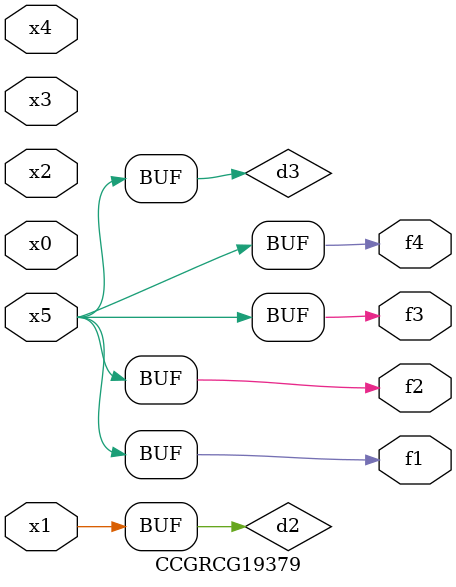
<source format=v>
module CCGRCG19379(
	input x0, x1, x2, x3, x4, x5,
	output f1, f2, f3, f4
);

	wire d1, d2, d3;

	not (d1, x5);
	or (d2, x1);
	xnor (d3, d1);
	assign f1 = d3;
	assign f2 = d3;
	assign f3 = d3;
	assign f4 = d3;
endmodule

</source>
